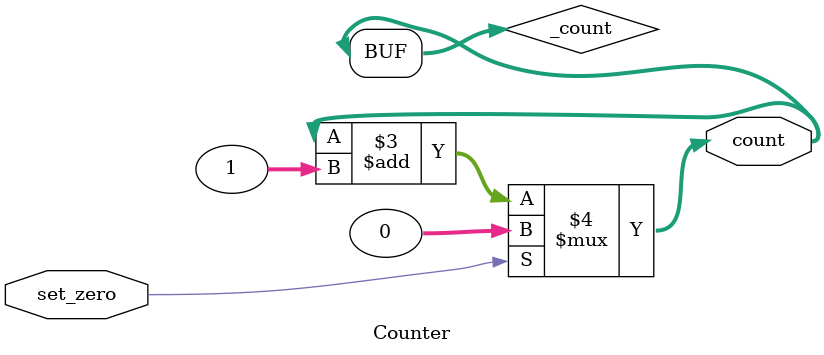
<source format=sv>
module Counter
(
	input logic set_zero,
	output integer count
);

integer _count;
logic _flag;
initial begin
	_count = (set_zero == 1) ? 0: count+1;
end

assign count = _count;
endmodule

</source>
